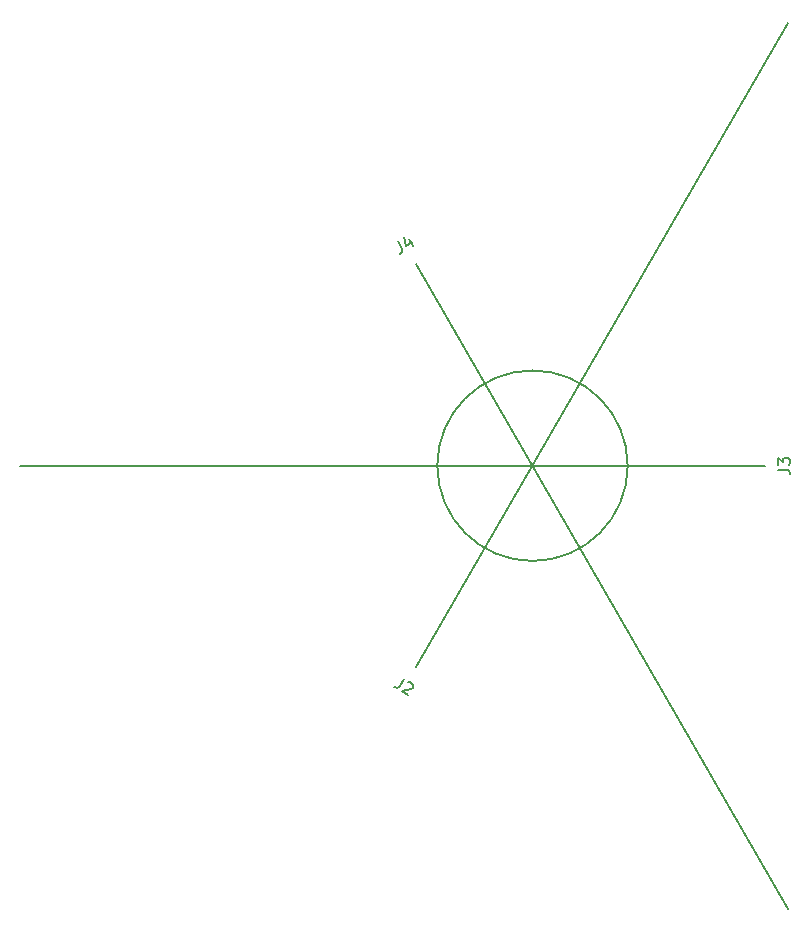
<source format=gbr>
G04 #@! TF.FileFunction,Legend,Top*
%FSLAX46Y46*%
G04 Gerber Fmt 4.6, Leading zero omitted, Abs format (unit mm)*
G04 Created by KiCad (PCBNEW 4.0.7-e2-6376~58~ubuntu14.04.1) date Fri Feb 16 13:10:18 2018*
%MOMM*%
%LPD*%
G01*
G04 APERTURE LIST*
%ADD10C,0.100000*%
%ADD11C,0.200000*%
%ADD12C,0.150000*%
G04 APERTURE END LIST*
D10*
D11*
X78500000Y-85440400D02*
X110000000Y-140000000D01*
X110000000Y-65000000D02*
X78500000Y-119559600D01*
X45000000Y-102500000D02*
X108000000Y-102500000D01*
X96412258Y-102500000D02*
G75*
G03X96412258Y-102500000I-8062258J0D01*
G01*
D12*
X76937516Y-83496263D02*
X77294659Y-84114852D01*
X77324847Y-84262380D01*
X77289987Y-84392478D01*
X77190079Y-84505145D01*
X77107601Y-84552764D01*
X77887729Y-83332556D02*
X78221063Y-83909907D01*
X77491056Y-83121690D02*
X77642003Y-83859328D01*
X78178114Y-83549804D01*
X109152381Y-102833333D02*
X109866667Y-102833333D01*
X110009524Y-102880953D01*
X110104762Y-102976191D01*
X110152381Y-103119048D01*
X110152381Y-103214286D01*
X109152381Y-102452381D02*
X109152381Y-101833333D01*
X109533333Y-102166667D01*
X109533333Y-102023809D01*
X109580952Y-101928571D01*
X109628571Y-101880952D01*
X109723810Y-101833333D01*
X109961905Y-101833333D01*
X110057143Y-101880952D01*
X110104762Y-101928571D01*
X110152381Y-102023809D01*
X110152381Y-102309524D01*
X110104762Y-102404762D01*
X110057143Y-102452381D01*
X77485135Y-120555234D02*
X77127992Y-121173823D01*
X77015323Y-121273731D01*
X76885225Y-121308591D01*
X76737698Y-121278401D01*
X76655220Y-121230782D01*
X77808669Y-120851998D02*
X77873718Y-120834568D01*
X77980006Y-120840948D01*
X78186203Y-120959996D01*
X78244872Y-121048854D01*
X78262302Y-121113903D01*
X78255922Y-121220191D01*
X78208303Y-121302669D01*
X78095635Y-121402577D01*
X77315049Y-121611735D01*
X77851160Y-121921259D01*
M02*

</source>
